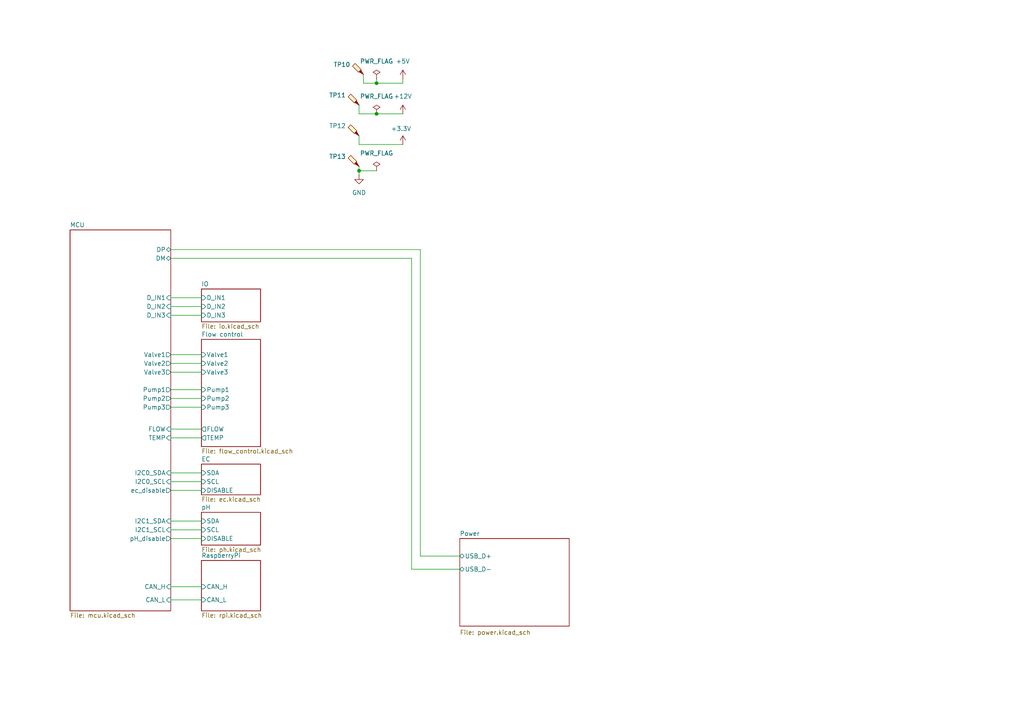
<source format=kicad_sch>
(kicad_sch (version 20231120) (generator "eeschema") (generator_version "8.0")
  (paper "A4")
  (title_block (title "RootMaster") (rev "2"))
  (lib_symbols
    (symbol "Connector:TestPoint_Probe" (pin_numbers hide) (pin_names (offset 0.762) hide)
      (property "Reference" "TP" (at 1.651 5.842 0))
      (property "Value" "TestPoint_Probe" (at 1.651 4.064 0))
      (symbol "TestPoint_Probe_0_1"
        (polyline (pts (xy 1.27 0.762) (xy 0 0) (xy 0.762 1.27) (xy 1.27 0.762)) (fill (type outline)))
        (polyline (pts (xy 1.397 0.635) (xy 0.635 1.397) (xy 2.413 3.175) (xy 3.175 2.413) (xy 1.397 0.635)) (fill (type background)))
      )
      (symbol "TestPoint_Probe_1_1"
        (pin passive line (at 0 0 90) (length 0) (name "1") (number "1"))
      )
    )
    (symbol "power:+12V" (power) (pin_numbers hide) (pin_names (offset 0) hide)
      (property "Value" "+12V" (at 0 3.556 0))
      (symbol "+12V_0_1"
        (polyline (pts (xy -0.762 1.27) (xy 0 2.54)))
        (polyline (pts (xy 0 0) (xy 0 2.54)))
        (polyline (pts (xy 0 2.54) (xy 0.762 1.27)))
      )
      (symbol "+12V_1_1"
        (pin power_in line (at 0 0 90) (length 0) (name "~") (number "1"))
      )
    )
    (symbol "power:+3.3V" (power) (pin_numbers hide) (pin_names (offset 0) hide)
      (property "Value" "+3.3V" (at 0 3.556 0))
      (symbol "+3.3V_0_1"
        (polyline (pts (xy -0.762 1.27) (xy 0 2.54)))
        (polyline (pts (xy 0 0) (xy 0 2.54)))
        (polyline (pts (xy 0 2.54) (xy 0.762 1.27)))
      )
      (symbol "+3.3V_1_1"
        (pin power_in line (at 0 0 90) (length 0) (name "~") (number "1"))
      )
    )
    (symbol "power:+5V" (power) (pin_numbers hide) (pin_names (offset 0) hide)
      (property "Value" "+5V" (at 0 3.556 0))
      (symbol "+5V_0_1"
        (polyline (pts (xy -0.762 1.27) (xy 0 2.54)))
        (polyline (pts (xy 0 0) (xy 0 2.54)))
        (polyline (pts (xy 0 2.54) (xy 0.762 1.27)))
      )
      (symbol "+5V_1_1"
        (pin power_in line (at 0 0 90) (length 0) (name "~") (number "1"))
      )
    )
    (symbol "power:GND" (power) (pin_numbers hide) (pin_names (offset 0) hide)
      (property "Value" "GND" (at 0 -3.81 0))
      (symbol "GND_0_1"
        (polyline (pts (xy 0 0) (xy 0 -1.27) (xy 1.27 -1.27) (xy 0 -2.54) (xy -1.27 -1.27) (xy 0 -1.27)))
      )
      (symbol "GND_1_1"
        (pin power_in line (at 0 0 270) (length 0) (name "~") (number "1"))
      )
    )
    (symbol "power:PWR_FLAG" (power) (pin_numbers hide) (pin_names (offset 0) hide)
      (property "Value" "PWR_FLAG" (at 0 3.81 0))
      (symbol "PWR_FLAG_0_0"
        (pin power_out line (at 0 0 90) (length 0) (name "~") (number "1"))
      )
      (symbol "PWR_FLAG_0_1"
        (polyline (pts (xy 0 0) (xy 0 1.27) (xy -1.016 1.905) (xy 0 2.54) (xy 1.016 1.905) (xy 0 1.27)))
      )
    )
  )
  (junction (at 109.22 33.02))
  (junction (at 104.14 49.53))
  (junction (at 109.22 24.13))
  (wire (pts (xy 105.41 24.13) (xy 109.22 24.13)))
  (wire (pts (xy 49.53 127) (xy 58.42 127)))
  (wire (pts (xy 105.41 21.59) (xy 105.41 24.13)))
  (wire (pts (xy 49.53 105.41) (xy 58.42 105.41)))
  (wire (pts (xy 49.53 72.39) (xy 121.92 72.39)))
  (wire (pts (xy 121.92 72.39) (xy 121.92 161.29)))
  (wire (pts (xy 49.53 113.03) (xy 58.42 113.03)))
  (wire (pts (xy 49.53 156.21) (xy 58.42 156.21)))
  (wire (pts (xy 49.53 139.7) (xy 58.42 139.7)))
  (wire (pts (xy 49.53 102.87) (xy 58.42 102.87)))
  (wire (pts (xy 49.53 124.46) (xy 58.42 124.46)))
  (wire (pts (xy 104.14 49.53) (xy 104.14 50.8)))
  (wire (pts (xy 104.14 39.37) (xy 104.14 41.91)))
  (wire (pts (xy 49.53 173.99) (xy 58.42 173.99)))
  (wire (pts (xy 49.53 115.57) (xy 58.42 115.57)))
  (wire (pts (xy 49.53 91.44) (xy 58.42 91.44)))
  (wire (pts (xy 49.53 107.95) (xy 58.42 107.95)))
  (wire (pts (xy 49.53 142.24) (xy 58.42 142.24)))
  (wire (pts (xy 49.53 153.67) (xy 58.42 153.67)))
  (wire (pts (xy 49.53 118.11) (xy 58.42 118.11)))
  (wire (pts (xy 49.53 137.16) (xy 58.42 137.16)))
  (wire (pts (xy 116.84 22.86) (xy 116.84 24.13)))
  (wire (pts (xy 121.92 161.29) (xy 133.35 161.29)))
  (wire (pts (xy 104.14 48.26) (xy 104.14 49.53)))
  (wire (pts (xy 49.53 88.9) (xy 58.42 88.9)))
  (wire (pts (xy 109.22 22.86) (xy 109.22 24.13)))
  (wire (pts (xy 119.38 165.1) (xy 119.38 74.93)))
  (wire (pts (xy 104.14 41.91) (xy 116.84 41.91)))
  (wire (pts (xy 49.53 151.13) (xy 58.42 151.13)))
  (wire (pts (xy 49.53 170.18) (xy 58.42 170.18)))
  (wire (pts (xy 104.14 33.02) (xy 109.22 33.02)))
  (wire (pts (xy 104.14 49.53) (xy 109.22 49.53)))
  (wire (pts (xy 104.14 30.48) (xy 104.14 33.02)))
  (wire (pts (xy 109.22 33.02) (xy 116.84 33.02)))
  (wire (pts (xy 109.22 24.13) (xy 116.84 24.13)))
  (wire (pts (xy 119.38 74.93) (xy 49.53 74.93)))
  (wire (pts (xy 133.35 165.1) (xy 119.38 165.1)))
  (wire (pts (xy 49.53 86.36) (xy 58.42 86.36)))
  (symbol (lib_id "power:+12V") (at 116.84 33.02 0) (unit 1)
    (property "Reference" "#PWR02" (effects (hide yes)))
    (property "Value" "+12V" (at 116.84 27.94 0))
    (property "Description" "Power symbol creates a global label with name \"+12V\"" (effects (hide yes)))
  )
  (symbol (lib_id "power:PWR_FLAG") (at 109.22 22.86 0) (unit 1)
    (property "Reference" "#FLG05" (effects (hide yes)))
    (property "Value" "PWR_FLAG" (at 109.22 17.78 0))
    (property "Description" "Special symbol for telling ERC where power comes from" (effects (hide yes)))
  )
  (symbol (lib_id "power:PWR_FLAG") (at 109.22 49.53 0) (unit 1)
    (property "Reference" "#FLG04" (effects (hide yes)))
    (property "Value" "PWR_FLAG" (at 109.22 44.45 0))
    (property "Description" "Special symbol for telling ERC where power comes from" (effects (hide yes)))
  )
  (symbol (lib_id "power:+3.3V") (at 116.84 41.91 0) (unit 1)
    (property "Reference" "#PWR079" (effects (hide yes)))
    (property "Value" "+3.3V" (at 116.332 37.338 0))
    (property "Description" "Power symbol creates a global label with name \"+3.3V\"" (effects (hide yes)))
  )
  (symbol (lib_id "Connector:TestPoint_Probe") (at 104.14 39.37 0) (mirror y) (unit 1) (in_bom no)
    (property "Reference" "TP12" (at 100.33 36.5124 0) (effects (justify left)))
    (property "Value" "3.3V" (effects (hide yes)))
    (property "Footprint" "TestPoint:TestPoint_Pad_D1.0mm" (effects (hide yes)))
    (property "Description" "test point (alternative probe-style design)" (effects (hide yes)))
  )
  (symbol (lib_id "Connector:TestPoint_Probe") (at 104.14 48.26 0) (mirror y) (unit 1) (in_bom no)
    (property "Reference" "TP13" (at 100.33 45.4024 0) (effects (justify left)))
    (property "Value" "GND" (effects (hide yes)))
    (property "Footprint" "TestPoint:TestPoint_Loop_D1.80mm_Drill1.0mm_Beaded" (effects (hide yes)))
    (property "Description" "test point (alternative probe-style design)" (effects (hide yes)))
    (property "LCSC" "C5199801" (effects (hide yes)))
  )
  (symbol (lib_id "Connector:TestPoint_Probe") (at 104.14 30.48 0) (mirror y) (unit 1) (in_bom no)
    (property "Reference" "TP11" (at 100.33 27.6224 0) (effects (justify left)))
    (property "Value" "12V" (effects (hide yes)))
    (property "Footprint" "TestPoint:TestPoint_Pad_D1.0mm" (effects (hide yes)))
    (property "Description" "test point (alternative probe-style design)" (effects (hide yes)))
  )
  (symbol (lib_id "power:+5V") (at 116.84 22.86 0) (unit 1)
    (property "Reference" "#PWR029" (effects (hide yes)))
    (property "Value" "+5V" (at 116.84 17.78 0))
    (property "Description" "Power symbol creates a global label with name \"+5V\"" (effects (hide yes)))
  )
  (symbol (lib_id "power:PWR_FLAG") (at 109.22 33.02 0) (unit 1)
    (property "Reference" "#FLG01" (effects (hide yes)))
    (property "Value" "PWR_FLAG" (at 109.22 27.94 0))
    (property "Description" "Special symbol for telling ERC where power comes from" (effects (hide yes)))
  )
  (symbol (lib_id "power:GND") (at 104.14 50.8 0) (unit 1)
    (property "Reference" "#PWR065" (effects (hide yes)))
    (property "Value" "GND" (at 104.14 55.88 0))
    (property "Description" "Power symbol creates a global label with name \"GND\" , ground" (effects (hide yes)))
  )
  (symbol (lib_id "Connector:TestPoint_Probe") (at 105.41 21.59 0) (mirror y) (unit 1) (in_bom no)
    (property "Reference" "TP10" (at 101.6 18.7324 0) (effects (justify left)))
    (property "Value" "5V" (effects (hide yes)))
    (property "Footprint" "TestPoint:TestPoint_Pad_D1.0mm" (effects (hide yes)))
    (property "Description" "test point (alternative probe-style design)" (effects (hide yes)))
  )
  (sheet (at 58.42 134.62) (size 17.145 8.89) (stroke (width 0.1524))
    (property "Sheetname" "EC" (at 58.42 133.9084 0) (effects (justify left bottom)))
    (property "Sheetfile" "ec.kicad_sch" (at 58.42 144.0946 0) (effects (justify left top)))
    (pin "SCL" input (at 58.42 139.7 180))
    (pin "SDA" input (at 58.42 137.16 180))
    (pin "DISABLE" input (at 58.42 142.24 180))
  )
  (sheet (at 133.35 156.21) (size 31.75 25.4) (stroke (width 0.1524))
    (property "Sheetname" "Power" (at 133.35 155.4984 0) (effects (justify left bottom)))
    (property "Sheetfile" "power.kicad_sch" (at 133.35 182.7026 0) (effects (justify left top)))
    (pin "USB_D-" bidirectional (at 133.35 165.1 180))
    (pin "USB_D+" bidirectional (at 133.35 161.29 180))
  )
  (sheet (at 58.42 98.425) (size 17.145 31.115) (stroke (width 0.1524))
    (property "Sheetname" "Flow control" (at 58.42 97.7134 0) (effects (justify left bottom)))
    (property "Sheetfile" "flow_control.kicad_sch" (at 58.42 130.1246 0) (effects (justify left top)))
    (pin "FLOW" output (at 58.42 124.46 180))
    (pin "Valve2" input (at 58.42 105.41 180))
    (pin "Valve1" input (at 58.42 102.87 180))
    (pin "Valve3" input (at 58.42 107.95 180))
    (pin "TEMP" output (at 58.42 127 180))
    (pin "Pump3" input (at 58.42 118.11 180))
    (pin "Pump2" input (at 58.42 115.57 180))
    (pin "Pump1" input (at 58.42 113.03 180))
  )
  (sheet (at 58.42 148.59) (size 17.145 9.525) (stroke (width 0.1524))
    (property "Sheetname" "pH" (at 58.42 147.8784 0) (effects (justify left bottom)))
    (property "Sheetfile" "ph.kicad_sch" (at 58.42 158.6996 0) (effects (justify left top)))
    (pin "SDA" input (at 58.42 151.13 180))
    (pin "SCL" input (at 58.42 153.67 180))
    (pin "DISABLE" input (at 58.42 156.21 180))
  )
  (sheet (at 58.42 162.56) (size 17.145 14.605) (stroke (width 0.1524))
    (property "Sheetname" "RaspberryPi" (at 58.42 161.8484 0) (effects (justify left bottom)))
    (property "Sheetfile" "rpi.kicad_sch" (at 58.42 177.7496 0) (effects (justify left top)))
    (pin "CAN_H" input (at 58.42 170.18 180))
    (pin "CAN_L" input (at 58.42 173.99 180))
  )
  (sheet (at 58.42 83.82) (size 17.145 9.525) (stroke (width 0.1524))
    (property "Sheetname" "IO" (at 58.42 83.1084 0) (effects (justify left bottom)))
    (property "Sheetfile" "io.kicad_sch" (at 58.42 93.9296 0) (effects (justify left top)))
    (pin "D_IN3" input (at 58.42 91.44 180))
    (pin "D_IN1" input (at 58.42 86.36 180))
    (pin "D_IN2" input (at 58.42 88.9 180))
  )
  (sheet (at 20.32 66.675) (size 29.21 110.49) (stroke (width 0.1524))
    (property "Sheetname" "MCU" (at 20.32 65.9634 0) (effects (justify left bottom)))
    (property "Sheetfile" "mcu.kicad_sch" (at 20.32 177.7496 0) (effects (justify left top)))
    (pin "CAN_H" input (at 49.53 170.18 0))
    (pin "CAN_L" input (at 49.53 173.99 0))
    (pin "I2C1_SDA" input (at 49.53 151.13 0))
    (pin "I2C0_SDA" input (at 49.53 137.16 0))
    (pin "I2C0_SCL" input (at 49.53 139.7 0))
    (pin "I2C1_SCL" input (at 49.53 153.67 0))
    (pin "Valve1" output (at 49.53 102.87 0))
    (pin "Valve2" output (at 49.53 105.41 0))
    (pin "Valve3" output (at 49.53 107.95 0))
    (pin "Pump2" output (at 49.53 115.57 0))
    (pin "Pump3" output (at 49.53 118.11 0))
    (pin "pH_disable" output (at 49.53 156.21 0))
    (pin "ec_disable" output (at 49.53 142.24 0))
    (pin "Pump1" output (at 49.53 113.03 0))
    (pin "DP" bidirectional (at 49.53 72.39 0))
    (pin "DM" bidirectional (at 49.53 74.93 0))
    (pin "TEMP" input (at 49.53 127 0))
    (pin "FLOW" input (at 49.53 124.46 0))
    (pin "D_IN2" input (at 49.53 88.9 0))
    (pin "D_IN3" input (at 49.53 91.44 0))
    (pin "D_IN1" input (at 49.53 86.36 0))
  )
)
</source>
